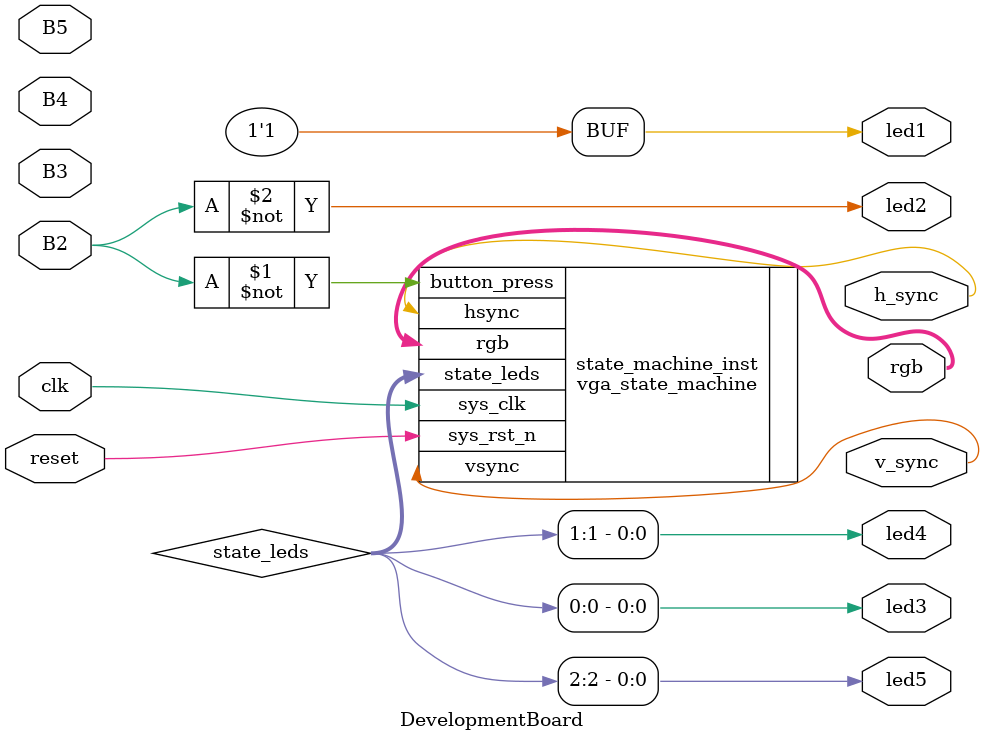
<source format=v>
`timescale 1ns / 1ns

module DevelopmentBoard(
    input  wire        clk,
    input  wire        reset,
    input  wire        B2,       
    input  wire        B3,
    input  wire        B4,
    input  wire        B5,
    
    output wire        h_sync,
    output wire        v_sync,
    output wire [15:0] rgb,
    
    output wire        led1,     
    output wire        led2,    
    output wire        led3,    
    output wire        led4,     
    output wire        led5       
);

    wire [2:0] state_leds;

   
    vga_state_machine state_machine_inst(
        .sys_clk      (clk),
        .sys_rst_n    (reset),
        .button_press (~B2),     
        .hsync        (h_sync),
        .vsync        (v_sync),
        .rgb          (rgb),
        .state_leds   (state_leds)
    );

 
    assign led1 = 1'b1;                    
    assign led2 = ~B2;                  
    assign led3 = state_leds[0];          
    assign led4 = state_leds[1];         
    assign led5 = state_leds[2];         

endmodule

</source>
